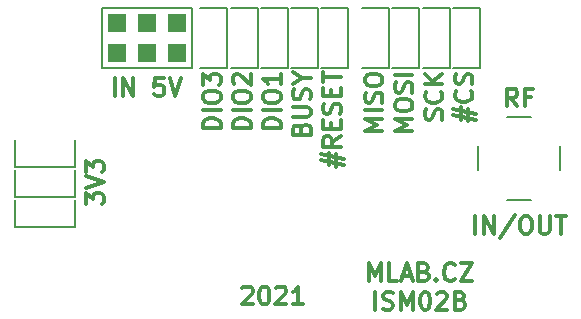
<source format=gbr>
%TF.GenerationSoftware,KiCad,Pcbnew,7.0.5.1-1-g8f565ef7f0-dirty-deb11*%
%TF.CreationDate,2023-07-20T11:46:54+00:00*%
%TF.ProjectId,ISM02,49534d30-322e-46b6-9963-61645f706362,rev?*%
%TF.SameCoordinates,Original*%
%TF.FileFunction,Legend,Top*%
%TF.FilePolarity,Positive*%
%FSLAX46Y46*%
G04 Gerber Fmt 4.6, Leading zero omitted, Abs format (unit mm)*
G04 Created by KiCad (PCBNEW 7.0.5.1-1-g8f565ef7f0-dirty-deb11) date 2023-07-20 11:46:54*
%MOMM*%
%LPD*%
G01*
G04 APERTURE LIST*
%ADD10C,0.300000*%
%ADD11C,0.150000*%
%ADD12R,1.524000X1.524000*%
G04 APERTURE END LIST*
D10*
X145113714Y-109009328D02*
X145113714Y-107509328D01*
X145828000Y-109009328D02*
X145828000Y-107509328D01*
X145828000Y-107509328D02*
X146685143Y-109009328D01*
X146685143Y-109009328D02*
X146685143Y-107509328D01*
X149256572Y-107509328D02*
X148542286Y-107509328D01*
X148542286Y-107509328D02*
X148470858Y-108223614D01*
X148470858Y-108223614D02*
X148542286Y-108152185D01*
X148542286Y-108152185D02*
X148685144Y-108080757D01*
X148685144Y-108080757D02*
X149042286Y-108080757D01*
X149042286Y-108080757D02*
X149185144Y-108152185D01*
X149185144Y-108152185D02*
X149256572Y-108223614D01*
X149256572Y-108223614D02*
X149328001Y-108366471D01*
X149328001Y-108366471D02*
X149328001Y-108723614D01*
X149328001Y-108723614D02*
X149256572Y-108866471D01*
X149256572Y-108866471D02*
X149185144Y-108937900D01*
X149185144Y-108937900D02*
X149042286Y-109009328D01*
X149042286Y-109009328D02*
X148685144Y-109009328D01*
X148685144Y-109009328D02*
X148542286Y-108937900D01*
X148542286Y-108937900D02*
X148470858Y-108866471D01*
X149756572Y-107509328D02*
X150256572Y-109009328D01*
X150256572Y-109009328D02*
X150756572Y-107509328D01*
X166620571Y-124692828D02*
X166620571Y-123192828D01*
X166620571Y-123192828D02*
X167120571Y-124264257D01*
X167120571Y-124264257D02*
X167620571Y-123192828D01*
X167620571Y-123192828D02*
X167620571Y-124692828D01*
X169049143Y-124692828D02*
X168334857Y-124692828D01*
X168334857Y-124692828D02*
X168334857Y-123192828D01*
X169477715Y-124264257D02*
X170192001Y-124264257D01*
X169334858Y-124692828D02*
X169834858Y-123192828D01*
X169834858Y-123192828D02*
X170334858Y-124692828D01*
X171334857Y-123907114D02*
X171549143Y-123978542D01*
X171549143Y-123978542D02*
X171620572Y-124049971D01*
X171620572Y-124049971D02*
X171692000Y-124192828D01*
X171692000Y-124192828D02*
X171692000Y-124407114D01*
X171692000Y-124407114D02*
X171620572Y-124549971D01*
X171620572Y-124549971D02*
X171549143Y-124621400D01*
X171549143Y-124621400D02*
X171406286Y-124692828D01*
X171406286Y-124692828D02*
X170834857Y-124692828D01*
X170834857Y-124692828D02*
X170834857Y-123192828D01*
X170834857Y-123192828D02*
X171334857Y-123192828D01*
X171334857Y-123192828D02*
X171477715Y-123264257D01*
X171477715Y-123264257D02*
X171549143Y-123335685D01*
X171549143Y-123335685D02*
X171620572Y-123478542D01*
X171620572Y-123478542D02*
X171620572Y-123621400D01*
X171620572Y-123621400D02*
X171549143Y-123764257D01*
X171549143Y-123764257D02*
X171477715Y-123835685D01*
X171477715Y-123835685D02*
X171334857Y-123907114D01*
X171334857Y-123907114D02*
X170834857Y-123907114D01*
X172334857Y-124549971D02*
X172406286Y-124621400D01*
X172406286Y-124621400D02*
X172334857Y-124692828D01*
X172334857Y-124692828D02*
X172263429Y-124621400D01*
X172263429Y-124621400D02*
X172334857Y-124549971D01*
X172334857Y-124549971D02*
X172334857Y-124692828D01*
X173906286Y-124549971D02*
X173834858Y-124621400D01*
X173834858Y-124621400D02*
X173620572Y-124692828D01*
X173620572Y-124692828D02*
X173477715Y-124692828D01*
X173477715Y-124692828D02*
X173263429Y-124621400D01*
X173263429Y-124621400D02*
X173120572Y-124478542D01*
X173120572Y-124478542D02*
X173049143Y-124335685D01*
X173049143Y-124335685D02*
X172977715Y-124049971D01*
X172977715Y-124049971D02*
X172977715Y-123835685D01*
X172977715Y-123835685D02*
X173049143Y-123549971D01*
X173049143Y-123549971D02*
X173120572Y-123407114D01*
X173120572Y-123407114D02*
X173263429Y-123264257D01*
X173263429Y-123264257D02*
X173477715Y-123192828D01*
X173477715Y-123192828D02*
X173620572Y-123192828D01*
X173620572Y-123192828D02*
X173834858Y-123264257D01*
X173834858Y-123264257D02*
X173906286Y-123335685D01*
X174406286Y-123192828D02*
X175406286Y-123192828D01*
X175406286Y-123192828D02*
X174406286Y-124692828D01*
X174406286Y-124692828D02*
X175406286Y-124692828D01*
X167192000Y-127107828D02*
X167192000Y-125607828D01*
X167834858Y-127036400D02*
X168049144Y-127107828D01*
X168049144Y-127107828D02*
X168406286Y-127107828D01*
X168406286Y-127107828D02*
X168549144Y-127036400D01*
X168549144Y-127036400D02*
X168620572Y-126964971D01*
X168620572Y-126964971D02*
X168692001Y-126822114D01*
X168692001Y-126822114D02*
X168692001Y-126679257D01*
X168692001Y-126679257D02*
X168620572Y-126536400D01*
X168620572Y-126536400D02*
X168549144Y-126464971D01*
X168549144Y-126464971D02*
X168406286Y-126393542D01*
X168406286Y-126393542D02*
X168120572Y-126322114D01*
X168120572Y-126322114D02*
X167977715Y-126250685D01*
X167977715Y-126250685D02*
X167906286Y-126179257D01*
X167906286Y-126179257D02*
X167834858Y-126036400D01*
X167834858Y-126036400D02*
X167834858Y-125893542D01*
X167834858Y-125893542D02*
X167906286Y-125750685D01*
X167906286Y-125750685D02*
X167977715Y-125679257D01*
X167977715Y-125679257D02*
X168120572Y-125607828D01*
X168120572Y-125607828D02*
X168477715Y-125607828D01*
X168477715Y-125607828D02*
X168692001Y-125679257D01*
X169334857Y-127107828D02*
X169334857Y-125607828D01*
X169334857Y-125607828D02*
X169834857Y-126679257D01*
X169834857Y-126679257D02*
X170334857Y-125607828D01*
X170334857Y-125607828D02*
X170334857Y-127107828D01*
X171334858Y-125607828D02*
X171477715Y-125607828D01*
X171477715Y-125607828D02*
X171620572Y-125679257D01*
X171620572Y-125679257D02*
X171692001Y-125750685D01*
X171692001Y-125750685D02*
X171763429Y-125893542D01*
X171763429Y-125893542D02*
X171834858Y-126179257D01*
X171834858Y-126179257D02*
X171834858Y-126536400D01*
X171834858Y-126536400D02*
X171763429Y-126822114D01*
X171763429Y-126822114D02*
X171692001Y-126964971D01*
X171692001Y-126964971D02*
X171620572Y-127036400D01*
X171620572Y-127036400D02*
X171477715Y-127107828D01*
X171477715Y-127107828D02*
X171334858Y-127107828D01*
X171334858Y-127107828D02*
X171192001Y-127036400D01*
X171192001Y-127036400D02*
X171120572Y-126964971D01*
X171120572Y-126964971D02*
X171049143Y-126822114D01*
X171049143Y-126822114D02*
X170977715Y-126536400D01*
X170977715Y-126536400D02*
X170977715Y-126179257D01*
X170977715Y-126179257D02*
X171049143Y-125893542D01*
X171049143Y-125893542D02*
X171120572Y-125750685D01*
X171120572Y-125750685D02*
X171192001Y-125679257D01*
X171192001Y-125679257D02*
X171334858Y-125607828D01*
X172406286Y-125750685D02*
X172477714Y-125679257D01*
X172477714Y-125679257D02*
X172620572Y-125607828D01*
X172620572Y-125607828D02*
X172977714Y-125607828D01*
X172977714Y-125607828D02*
X173120572Y-125679257D01*
X173120572Y-125679257D02*
X173192000Y-125750685D01*
X173192000Y-125750685D02*
X173263429Y-125893542D01*
X173263429Y-125893542D02*
X173263429Y-126036400D01*
X173263429Y-126036400D02*
X173192000Y-126250685D01*
X173192000Y-126250685D02*
X172334857Y-127107828D01*
X172334857Y-127107828D02*
X173263429Y-127107828D01*
X174406285Y-126322114D02*
X174620571Y-126393542D01*
X174620571Y-126393542D02*
X174692000Y-126464971D01*
X174692000Y-126464971D02*
X174763428Y-126607828D01*
X174763428Y-126607828D02*
X174763428Y-126822114D01*
X174763428Y-126822114D02*
X174692000Y-126964971D01*
X174692000Y-126964971D02*
X174620571Y-127036400D01*
X174620571Y-127036400D02*
X174477714Y-127107828D01*
X174477714Y-127107828D02*
X173906285Y-127107828D01*
X173906285Y-127107828D02*
X173906285Y-125607828D01*
X173906285Y-125607828D02*
X174406285Y-125607828D01*
X174406285Y-125607828D02*
X174549143Y-125679257D01*
X174549143Y-125679257D02*
X174620571Y-125750685D01*
X174620571Y-125750685D02*
X174692000Y-125893542D01*
X174692000Y-125893542D02*
X174692000Y-126036400D01*
X174692000Y-126036400D02*
X174620571Y-126179257D01*
X174620571Y-126179257D02*
X174549143Y-126250685D01*
X174549143Y-126250685D02*
X174406285Y-126322114D01*
X174406285Y-126322114D02*
X173906285Y-126322114D01*
X175660513Y-120693328D02*
X175660513Y-119193328D01*
X176374799Y-120693328D02*
X176374799Y-119193328D01*
X176374799Y-119193328D02*
X177231942Y-120693328D01*
X177231942Y-120693328D02*
X177231942Y-119193328D01*
X179017657Y-119121900D02*
X177731943Y-121050471D01*
X179803372Y-119193328D02*
X180089086Y-119193328D01*
X180089086Y-119193328D02*
X180231943Y-119264757D01*
X180231943Y-119264757D02*
X180374800Y-119407614D01*
X180374800Y-119407614D02*
X180446229Y-119693328D01*
X180446229Y-119693328D02*
X180446229Y-120193328D01*
X180446229Y-120193328D02*
X180374800Y-120479042D01*
X180374800Y-120479042D02*
X180231943Y-120621900D01*
X180231943Y-120621900D02*
X180089086Y-120693328D01*
X180089086Y-120693328D02*
X179803372Y-120693328D01*
X179803372Y-120693328D02*
X179660515Y-120621900D01*
X179660515Y-120621900D02*
X179517657Y-120479042D01*
X179517657Y-120479042D02*
X179446229Y-120193328D01*
X179446229Y-120193328D02*
X179446229Y-119693328D01*
X179446229Y-119693328D02*
X179517657Y-119407614D01*
X179517657Y-119407614D02*
X179660515Y-119264757D01*
X179660515Y-119264757D02*
X179803372Y-119193328D01*
X181089086Y-119193328D02*
X181089086Y-120407614D01*
X181089086Y-120407614D02*
X181160515Y-120550471D01*
X181160515Y-120550471D02*
X181231944Y-120621900D01*
X181231944Y-120621900D02*
X181374801Y-120693328D01*
X181374801Y-120693328D02*
X181660515Y-120693328D01*
X181660515Y-120693328D02*
X181803372Y-120621900D01*
X181803372Y-120621900D02*
X181874801Y-120550471D01*
X181874801Y-120550471D02*
X181946229Y-120407614D01*
X181946229Y-120407614D02*
X181946229Y-119193328D01*
X182446230Y-119193328D02*
X183303373Y-119193328D01*
X182874801Y-120693328D02*
X182874801Y-119193328D01*
X155931082Y-125305185D02*
X156002510Y-125233757D01*
X156002510Y-125233757D02*
X156145368Y-125162328D01*
X156145368Y-125162328D02*
X156502510Y-125162328D01*
X156502510Y-125162328D02*
X156645368Y-125233757D01*
X156645368Y-125233757D02*
X156716796Y-125305185D01*
X156716796Y-125305185D02*
X156788225Y-125448042D01*
X156788225Y-125448042D02*
X156788225Y-125590900D01*
X156788225Y-125590900D02*
X156716796Y-125805185D01*
X156716796Y-125805185D02*
X155859653Y-126662328D01*
X155859653Y-126662328D02*
X156788225Y-126662328D01*
X157716796Y-125162328D02*
X157859653Y-125162328D01*
X157859653Y-125162328D02*
X158002510Y-125233757D01*
X158002510Y-125233757D02*
X158073939Y-125305185D01*
X158073939Y-125305185D02*
X158145367Y-125448042D01*
X158145367Y-125448042D02*
X158216796Y-125733757D01*
X158216796Y-125733757D02*
X158216796Y-126090900D01*
X158216796Y-126090900D02*
X158145367Y-126376614D01*
X158145367Y-126376614D02*
X158073939Y-126519471D01*
X158073939Y-126519471D02*
X158002510Y-126590900D01*
X158002510Y-126590900D02*
X157859653Y-126662328D01*
X157859653Y-126662328D02*
X157716796Y-126662328D01*
X157716796Y-126662328D02*
X157573939Y-126590900D01*
X157573939Y-126590900D02*
X157502510Y-126519471D01*
X157502510Y-126519471D02*
X157431081Y-126376614D01*
X157431081Y-126376614D02*
X157359653Y-126090900D01*
X157359653Y-126090900D02*
X157359653Y-125733757D01*
X157359653Y-125733757D02*
X157431081Y-125448042D01*
X157431081Y-125448042D02*
X157502510Y-125305185D01*
X157502510Y-125305185D02*
X157573939Y-125233757D01*
X157573939Y-125233757D02*
X157716796Y-125162328D01*
X158788224Y-125305185D02*
X158859652Y-125233757D01*
X158859652Y-125233757D02*
X159002510Y-125162328D01*
X159002510Y-125162328D02*
X159359652Y-125162328D01*
X159359652Y-125162328D02*
X159502510Y-125233757D01*
X159502510Y-125233757D02*
X159573938Y-125305185D01*
X159573938Y-125305185D02*
X159645367Y-125448042D01*
X159645367Y-125448042D02*
X159645367Y-125590900D01*
X159645367Y-125590900D02*
X159573938Y-125805185D01*
X159573938Y-125805185D02*
X158716795Y-126662328D01*
X158716795Y-126662328D02*
X159645367Y-126662328D01*
X161073938Y-126662328D02*
X160216795Y-126662328D01*
X160645366Y-126662328D02*
X160645366Y-125162328D01*
X160645366Y-125162328D02*
X160502509Y-125376614D01*
X160502509Y-125376614D02*
X160359652Y-125519471D01*
X160359652Y-125519471D02*
X160216795Y-125590900D01*
X156614328Y-111734511D02*
X155114328Y-111734511D01*
X155114328Y-111734511D02*
X155114328Y-111377368D01*
X155114328Y-111377368D02*
X155185757Y-111163082D01*
X155185757Y-111163082D02*
X155328614Y-111020225D01*
X155328614Y-111020225D02*
X155471471Y-110948796D01*
X155471471Y-110948796D02*
X155757185Y-110877368D01*
X155757185Y-110877368D02*
X155971471Y-110877368D01*
X155971471Y-110877368D02*
X156257185Y-110948796D01*
X156257185Y-110948796D02*
X156400042Y-111020225D01*
X156400042Y-111020225D02*
X156542900Y-111163082D01*
X156542900Y-111163082D02*
X156614328Y-111377368D01*
X156614328Y-111377368D02*
X156614328Y-111734511D01*
X156614328Y-110234511D02*
X155114328Y-110234511D01*
X155114328Y-109234510D02*
X155114328Y-108948796D01*
X155114328Y-108948796D02*
X155185757Y-108805939D01*
X155185757Y-108805939D02*
X155328614Y-108663082D01*
X155328614Y-108663082D02*
X155614328Y-108591653D01*
X155614328Y-108591653D02*
X156114328Y-108591653D01*
X156114328Y-108591653D02*
X156400042Y-108663082D01*
X156400042Y-108663082D02*
X156542900Y-108805939D01*
X156542900Y-108805939D02*
X156614328Y-108948796D01*
X156614328Y-108948796D02*
X156614328Y-109234510D01*
X156614328Y-109234510D02*
X156542900Y-109377368D01*
X156542900Y-109377368D02*
X156400042Y-109520225D01*
X156400042Y-109520225D02*
X156114328Y-109591653D01*
X156114328Y-109591653D02*
X155614328Y-109591653D01*
X155614328Y-109591653D02*
X155328614Y-109520225D01*
X155328614Y-109520225D02*
X155185757Y-109377368D01*
X155185757Y-109377368D02*
X155114328Y-109234510D01*
X155257185Y-108020224D02*
X155185757Y-107948796D01*
X155185757Y-107948796D02*
X155114328Y-107805939D01*
X155114328Y-107805939D02*
X155114328Y-107448796D01*
X155114328Y-107448796D02*
X155185757Y-107305939D01*
X155185757Y-107305939D02*
X155257185Y-107234510D01*
X155257185Y-107234510D02*
X155400042Y-107163081D01*
X155400042Y-107163081D02*
X155542900Y-107163081D01*
X155542900Y-107163081D02*
X155757185Y-107234510D01*
X155757185Y-107234510D02*
X156614328Y-108091653D01*
X156614328Y-108091653D02*
X156614328Y-107163081D01*
X160908614Y-111805939D02*
X160980042Y-111591653D01*
X160980042Y-111591653D02*
X161051471Y-111520224D01*
X161051471Y-111520224D02*
X161194328Y-111448796D01*
X161194328Y-111448796D02*
X161408614Y-111448796D01*
X161408614Y-111448796D02*
X161551471Y-111520224D01*
X161551471Y-111520224D02*
X161622900Y-111591653D01*
X161622900Y-111591653D02*
X161694328Y-111734510D01*
X161694328Y-111734510D02*
X161694328Y-112305939D01*
X161694328Y-112305939D02*
X160194328Y-112305939D01*
X160194328Y-112305939D02*
X160194328Y-111805939D01*
X160194328Y-111805939D02*
X160265757Y-111663082D01*
X160265757Y-111663082D02*
X160337185Y-111591653D01*
X160337185Y-111591653D02*
X160480042Y-111520224D01*
X160480042Y-111520224D02*
X160622900Y-111520224D01*
X160622900Y-111520224D02*
X160765757Y-111591653D01*
X160765757Y-111591653D02*
X160837185Y-111663082D01*
X160837185Y-111663082D02*
X160908614Y-111805939D01*
X160908614Y-111805939D02*
X160908614Y-112305939D01*
X160194328Y-110805939D02*
X161408614Y-110805939D01*
X161408614Y-110805939D02*
X161551471Y-110734510D01*
X161551471Y-110734510D02*
X161622900Y-110663082D01*
X161622900Y-110663082D02*
X161694328Y-110520224D01*
X161694328Y-110520224D02*
X161694328Y-110234510D01*
X161694328Y-110234510D02*
X161622900Y-110091653D01*
X161622900Y-110091653D02*
X161551471Y-110020224D01*
X161551471Y-110020224D02*
X161408614Y-109948796D01*
X161408614Y-109948796D02*
X160194328Y-109948796D01*
X161622900Y-109305938D02*
X161694328Y-109091653D01*
X161694328Y-109091653D02*
X161694328Y-108734510D01*
X161694328Y-108734510D02*
X161622900Y-108591653D01*
X161622900Y-108591653D02*
X161551471Y-108520224D01*
X161551471Y-108520224D02*
X161408614Y-108448795D01*
X161408614Y-108448795D02*
X161265757Y-108448795D01*
X161265757Y-108448795D02*
X161122900Y-108520224D01*
X161122900Y-108520224D02*
X161051471Y-108591653D01*
X161051471Y-108591653D02*
X160980042Y-108734510D01*
X160980042Y-108734510D02*
X160908614Y-109020224D01*
X160908614Y-109020224D02*
X160837185Y-109163081D01*
X160837185Y-109163081D02*
X160765757Y-109234510D01*
X160765757Y-109234510D02*
X160622900Y-109305938D01*
X160622900Y-109305938D02*
X160480042Y-109305938D01*
X160480042Y-109305938D02*
X160337185Y-109234510D01*
X160337185Y-109234510D02*
X160265757Y-109163081D01*
X160265757Y-109163081D02*
X160194328Y-109020224D01*
X160194328Y-109020224D02*
X160194328Y-108663081D01*
X160194328Y-108663081D02*
X160265757Y-108448795D01*
X160980042Y-107520224D02*
X161694328Y-107520224D01*
X160194328Y-108020224D02*
X160980042Y-107520224D01*
X160980042Y-107520224D02*
X160194328Y-107020224D01*
X167780328Y-111948797D02*
X166280328Y-111948797D01*
X166280328Y-111948797D02*
X167351757Y-111448797D01*
X167351757Y-111448797D02*
X166280328Y-110948797D01*
X166280328Y-110948797D02*
X167780328Y-110948797D01*
X167780328Y-110234511D02*
X166280328Y-110234511D01*
X167708900Y-109591653D02*
X167780328Y-109377368D01*
X167780328Y-109377368D02*
X167780328Y-109020225D01*
X167780328Y-109020225D02*
X167708900Y-108877368D01*
X167708900Y-108877368D02*
X167637471Y-108805939D01*
X167637471Y-108805939D02*
X167494614Y-108734510D01*
X167494614Y-108734510D02*
X167351757Y-108734510D01*
X167351757Y-108734510D02*
X167208900Y-108805939D01*
X167208900Y-108805939D02*
X167137471Y-108877368D01*
X167137471Y-108877368D02*
X167066042Y-109020225D01*
X167066042Y-109020225D02*
X166994614Y-109305939D01*
X166994614Y-109305939D02*
X166923185Y-109448796D01*
X166923185Y-109448796D02*
X166851757Y-109520225D01*
X166851757Y-109520225D02*
X166708900Y-109591653D01*
X166708900Y-109591653D02*
X166566042Y-109591653D01*
X166566042Y-109591653D02*
X166423185Y-109520225D01*
X166423185Y-109520225D02*
X166351757Y-109448796D01*
X166351757Y-109448796D02*
X166280328Y-109305939D01*
X166280328Y-109305939D02*
X166280328Y-108948796D01*
X166280328Y-108948796D02*
X166351757Y-108734510D01*
X166280328Y-107805939D02*
X166280328Y-107520225D01*
X166280328Y-107520225D02*
X166351757Y-107377368D01*
X166351757Y-107377368D02*
X166494614Y-107234511D01*
X166494614Y-107234511D02*
X166780328Y-107163082D01*
X166780328Y-107163082D02*
X167280328Y-107163082D01*
X167280328Y-107163082D02*
X167566042Y-107234511D01*
X167566042Y-107234511D02*
X167708900Y-107377368D01*
X167708900Y-107377368D02*
X167780328Y-107520225D01*
X167780328Y-107520225D02*
X167780328Y-107805939D01*
X167780328Y-107805939D02*
X167708900Y-107948797D01*
X167708900Y-107948797D02*
X167566042Y-108091654D01*
X167566042Y-108091654D02*
X167280328Y-108163082D01*
X167280328Y-108163082D02*
X166780328Y-108163082D01*
X166780328Y-108163082D02*
X166494614Y-108091654D01*
X166494614Y-108091654D02*
X166351757Y-107948797D01*
X166351757Y-107948797D02*
X166280328Y-107805939D01*
X154074328Y-111734511D02*
X152574328Y-111734511D01*
X152574328Y-111734511D02*
X152574328Y-111377368D01*
X152574328Y-111377368D02*
X152645757Y-111163082D01*
X152645757Y-111163082D02*
X152788614Y-111020225D01*
X152788614Y-111020225D02*
X152931471Y-110948796D01*
X152931471Y-110948796D02*
X153217185Y-110877368D01*
X153217185Y-110877368D02*
X153431471Y-110877368D01*
X153431471Y-110877368D02*
X153717185Y-110948796D01*
X153717185Y-110948796D02*
X153860042Y-111020225D01*
X153860042Y-111020225D02*
X154002900Y-111163082D01*
X154002900Y-111163082D02*
X154074328Y-111377368D01*
X154074328Y-111377368D02*
X154074328Y-111734511D01*
X154074328Y-110234511D02*
X152574328Y-110234511D01*
X152574328Y-109234510D02*
X152574328Y-108948796D01*
X152574328Y-108948796D02*
X152645757Y-108805939D01*
X152645757Y-108805939D02*
X152788614Y-108663082D01*
X152788614Y-108663082D02*
X153074328Y-108591653D01*
X153074328Y-108591653D02*
X153574328Y-108591653D01*
X153574328Y-108591653D02*
X153860042Y-108663082D01*
X153860042Y-108663082D02*
X154002900Y-108805939D01*
X154002900Y-108805939D02*
X154074328Y-108948796D01*
X154074328Y-108948796D02*
X154074328Y-109234510D01*
X154074328Y-109234510D02*
X154002900Y-109377368D01*
X154002900Y-109377368D02*
X153860042Y-109520225D01*
X153860042Y-109520225D02*
X153574328Y-109591653D01*
X153574328Y-109591653D02*
X153074328Y-109591653D01*
X153074328Y-109591653D02*
X152788614Y-109520225D01*
X152788614Y-109520225D02*
X152645757Y-109377368D01*
X152645757Y-109377368D02*
X152574328Y-109234510D01*
X152574328Y-108091653D02*
X152574328Y-107163081D01*
X152574328Y-107163081D02*
X153145757Y-107663081D01*
X153145757Y-107663081D02*
X153145757Y-107448796D01*
X153145757Y-107448796D02*
X153217185Y-107305939D01*
X153217185Y-107305939D02*
X153288614Y-107234510D01*
X153288614Y-107234510D02*
X153431471Y-107163081D01*
X153431471Y-107163081D02*
X153788614Y-107163081D01*
X153788614Y-107163081D02*
X153931471Y-107234510D01*
X153931471Y-107234510D02*
X154002900Y-107305939D01*
X154002900Y-107305939D02*
X154074328Y-107448796D01*
X154074328Y-107448796D02*
X154074328Y-107877367D01*
X154074328Y-107877367D02*
X154002900Y-108020224D01*
X154002900Y-108020224D02*
X153931471Y-108091653D01*
X142688328Y-118189142D02*
X142688328Y-117260570D01*
X142688328Y-117260570D02*
X143259757Y-117760570D01*
X143259757Y-117760570D02*
X143259757Y-117546285D01*
X143259757Y-117546285D02*
X143331185Y-117403428D01*
X143331185Y-117403428D02*
X143402614Y-117331999D01*
X143402614Y-117331999D02*
X143545471Y-117260570D01*
X143545471Y-117260570D02*
X143902614Y-117260570D01*
X143902614Y-117260570D02*
X144045471Y-117331999D01*
X144045471Y-117331999D02*
X144116900Y-117403428D01*
X144116900Y-117403428D02*
X144188328Y-117546285D01*
X144188328Y-117546285D02*
X144188328Y-117974856D01*
X144188328Y-117974856D02*
X144116900Y-118117713D01*
X144116900Y-118117713D02*
X144045471Y-118189142D01*
X142688328Y-116831999D02*
X144188328Y-116331999D01*
X144188328Y-116331999D02*
X142688328Y-115831999D01*
X142688328Y-115474857D02*
X142688328Y-114546285D01*
X142688328Y-114546285D02*
X143259757Y-115046285D01*
X143259757Y-115046285D02*
X143259757Y-114832000D01*
X143259757Y-114832000D02*
X143331185Y-114689143D01*
X143331185Y-114689143D02*
X143402614Y-114617714D01*
X143402614Y-114617714D02*
X143545471Y-114546285D01*
X143545471Y-114546285D02*
X143902614Y-114546285D01*
X143902614Y-114546285D02*
X144045471Y-114617714D01*
X144045471Y-114617714D02*
X144116900Y-114689143D01*
X144116900Y-114689143D02*
X144188328Y-114832000D01*
X144188328Y-114832000D02*
X144188328Y-115260571D01*
X144188328Y-115260571D02*
X144116900Y-115403428D01*
X144116900Y-115403428D02*
X144045471Y-115474857D01*
X159154328Y-111734511D02*
X157654328Y-111734511D01*
X157654328Y-111734511D02*
X157654328Y-111377368D01*
X157654328Y-111377368D02*
X157725757Y-111163082D01*
X157725757Y-111163082D02*
X157868614Y-111020225D01*
X157868614Y-111020225D02*
X158011471Y-110948796D01*
X158011471Y-110948796D02*
X158297185Y-110877368D01*
X158297185Y-110877368D02*
X158511471Y-110877368D01*
X158511471Y-110877368D02*
X158797185Y-110948796D01*
X158797185Y-110948796D02*
X158940042Y-111020225D01*
X158940042Y-111020225D02*
X159082900Y-111163082D01*
X159082900Y-111163082D02*
X159154328Y-111377368D01*
X159154328Y-111377368D02*
X159154328Y-111734511D01*
X159154328Y-110234511D02*
X157654328Y-110234511D01*
X157654328Y-109234510D02*
X157654328Y-108948796D01*
X157654328Y-108948796D02*
X157725757Y-108805939D01*
X157725757Y-108805939D02*
X157868614Y-108663082D01*
X157868614Y-108663082D02*
X158154328Y-108591653D01*
X158154328Y-108591653D02*
X158654328Y-108591653D01*
X158654328Y-108591653D02*
X158940042Y-108663082D01*
X158940042Y-108663082D02*
X159082900Y-108805939D01*
X159082900Y-108805939D02*
X159154328Y-108948796D01*
X159154328Y-108948796D02*
X159154328Y-109234510D01*
X159154328Y-109234510D02*
X159082900Y-109377368D01*
X159082900Y-109377368D02*
X158940042Y-109520225D01*
X158940042Y-109520225D02*
X158654328Y-109591653D01*
X158654328Y-109591653D02*
X158154328Y-109591653D01*
X158154328Y-109591653D02*
X157868614Y-109520225D01*
X157868614Y-109520225D02*
X157725757Y-109377368D01*
X157725757Y-109377368D02*
X157654328Y-109234510D01*
X159154328Y-107163081D02*
X159154328Y-108020224D01*
X159154328Y-107591653D02*
X157654328Y-107591653D01*
X157654328Y-107591653D02*
X157868614Y-107734510D01*
X157868614Y-107734510D02*
X158011471Y-107877367D01*
X158011471Y-107877367D02*
X158082900Y-108020224D01*
X163234328Y-114877367D02*
X163234328Y-113805939D01*
X162591471Y-114448796D02*
X164520042Y-114877367D01*
X163877185Y-113948796D02*
X163877185Y-115020224D01*
X164520042Y-114377367D02*
X162591471Y-113948796D01*
X164234328Y-112448796D02*
X163520042Y-112948796D01*
X164234328Y-113305939D02*
X162734328Y-113305939D01*
X162734328Y-113305939D02*
X162734328Y-112734510D01*
X162734328Y-112734510D02*
X162805757Y-112591653D01*
X162805757Y-112591653D02*
X162877185Y-112520224D01*
X162877185Y-112520224D02*
X163020042Y-112448796D01*
X163020042Y-112448796D02*
X163234328Y-112448796D01*
X163234328Y-112448796D02*
X163377185Y-112520224D01*
X163377185Y-112520224D02*
X163448614Y-112591653D01*
X163448614Y-112591653D02*
X163520042Y-112734510D01*
X163520042Y-112734510D02*
X163520042Y-113305939D01*
X163448614Y-111805939D02*
X163448614Y-111305939D01*
X164234328Y-111091653D02*
X164234328Y-111805939D01*
X164234328Y-111805939D02*
X162734328Y-111805939D01*
X162734328Y-111805939D02*
X162734328Y-111091653D01*
X164162900Y-110520224D02*
X164234328Y-110305939D01*
X164234328Y-110305939D02*
X164234328Y-109948796D01*
X164234328Y-109948796D02*
X164162900Y-109805939D01*
X164162900Y-109805939D02*
X164091471Y-109734510D01*
X164091471Y-109734510D02*
X163948614Y-109663081D01*
X163948614Y-109663081D02*
X163805757Y-109663081D01*
X163805757Y-109663081D02*
X163662900Y-109734510D01*
X163662900Y-109734510D02*
X163591471Y-109805939D01*
X163591471Y-109805939D02*
X163520042Y-109948796D01*
X163520042Y-109948796D02*
X163448614Y-110234510D01*
X163448614Y-110234510D02*
X163377185Y-110377367D01*
X163377185Y-110377367D02*
X163305757Y-110448796D01*
X163305757Y-110448796D02*
X163162900Y-110520224D01*
X163162900Y-110520224D02*
X163020042Y-110520224D01*
X163020042Y-110520224D02*
X162877185Y-110448796D01*
X162877185Y-110448796D02*
X162805757Y-110377367D01*
X162805757Y-110377367D02*
X162734328Y-110234510D01*
X162734328Y-110234510D02*
X162734328Y-109877367D01*
X162734328Y-109877367D02*
X162805757Y-109663081D01*
X163448614Y-109020225D02*
X163448614Y-108520225D01*
X164234328Y-108305939D02*
X164234328Y-109020225D01*
X164234328Y-109020225D02*
X162734328Y-109020225D01*
X162734328Y-109020225D02*
X162734328Y-108305939D01*
X162734328Y-107877367D02*
X162734328Y-107020225D01*
X164234328Y-107448796D02*
X162734328Y-107448796D01*
X179196228Y-109898328D02*
X178696228Y-109184042D01*
X178339085Y-109898328D02*
X178339085Y-108398328D01*
X178339085Y-108398328D02*
X178910514Y-108398328D01*
X178910514Y-108398328D02*
X179053371Y-108469757D01*
X179053371Y-108469757D02*
X179124800Y-108541185D01*
X179124800Y-108541185D02*
X179196228Y-108684042D01*
X179196228Y-108684042D02*
X179196228Y-108898328D01*
X179196228Y-108898328D02*
X179124800Y-109041185D01*
X179124800Y-109041185D02*
X179053371Y-109112614D01*
X179053371Y-109112614D02*
X178910514Y-109184042D01*
X178910514Y-109184042D02*
X178339085Y-109184042D01*
X180339085Y-109112614D02*
X179839085Y-109112614D01*
X179839085Y-109898328D02*
X179839085Y-108398328D01*
X179839085Y-108398328D02*
X180553371Y-108398328D01*
X170320328Y-111948797D02*
X168820328Y-111948797D01*
X168820328Y-111948797D02*
X169891757Y-111448797D01*
X169891757Y-111448797D02*
X168820328Y-110948797D01*
X168820328Y-110948797D02*
X170320328Y-110948797D01*
X168820328Y-109948796D02*
X168820328Y-109663082D01*
X168820328Y-109663082D02*
X168891757Y-109520225D01*
X168891757Y-109520225D02*
X169034614Y-109377368D01*
X169034614Y-109377368D02*
X169320328Y-109305939D01*
X169320328Y-109305939D02*
X169820328Y-109305939D01*
X169820328Y-109305939D02*
X170106042Y-109377368D01*
X170106042Y-109377368D02*
X170248900Y-109520225D01*
X170248900Y-109520225D02*
X170320328Y-109663082D01*
X170320328Y-109663082D02*
X170320328Y-109948796D01*
X170320328Y-109948796D02*
X170248900Y-110091654D01*
X170248900Y-110091654D02*
X170106042Y-110234511D01*
X170106042Y-110234511D02*
X169820328Y-110305939D01*
X169820328Y-110305939D02*
X169320328Y-110305939D01*
X169320328Y-110305939D02*
X169034614Y-110234511D01*
X169034614Y-110234511D02*
X168891757Y-110091654D01*
X168891757Y-110091654D02*
X168820328Y-109948796D01*
X170248900Y-108734510D02*
X170320328Y-108520225D01*
X170320328Y-108520225D02*
X170320328Y-108163082D01*
X170320328Y-108163082D02*
X170248900Y-108020225D01*
X170248900Y-108020225D02*
X170177471Y-107948796D01*
X170177471Y-107948796D02*
X170034614Y-107877367D01*
X170034614Y-107877367D02*
X169891757Y-107877367D01*
X169891757Y-107877367D02*
X169748900Y-107948796D01*
X169748900Y-107948796D02*
X169677471Y-108020225D01*
X169677471Y-108020225D02*
X169606042Y-108163082D01*
X169606042Y-108163082D02*
X169534614Y-108448796D01*
X169534614Y-108448796D02*
X169463185Y-108591653D01*
X169463185Y-108591653D02*
X169391757Y-108663082D01*
X169391757Y-108663082D02*
X169248900Y-108734510D01*
X169248900Y-108734510D02*
X169106042Y-108734510D01*
X169106042Y-108734510D02*
X168963185Y-108663082D01*
X168963185Y-108663082D02*
X168891757Y-108591653D01*
X168891757Y-108591653D02*
X168820328Y-108448796D01*
X168820328Y-108448796D02*
X168820328Y-108091653D01*
X168820328Y-108091653D02*
X168891757Y-107877367D01*
X170320328Y-107234511D02*
X168820328Y-107234511D01*
X174400328Y-111020224D02*
X174400328Y-109948796D01*
X173757471Y-110591653D02*
X175686042Y-111020224D01*
X175043185Y-110091653D02*
X175043185Y-111163081D01*
X175686042Y-110520224D02*
X173757471Y-110091653D01*
X175257471Y-108591653D02*
X175328900Y-108663081D01*
X175328900Y-108663081D02*
X175400328Y-108877367D01*
X175400328Y-108877367D02*
X175400328Y-109020224D01*
X175400328Y-109020224D02*
X175328900Y-109234510D01*
X175328900Y-109234510D02*
X175186042Y-109377367D01*
X175186042Y-109377367D02*
X175043185Y-109448796D01*
X175043185Y-109448796D02*
X174757471Y-109520224D01*
X174757471Y-109520224D02*
X174543185Y-109520224D01*
X174543185Y-109520224D02*
X174257471Y-109448796D01*
X174257471Y-109448796D02*
X174114614Y-109377367D01*
X174114614Y-109377367D02*
X173971757Y-109234510D01*
X173971757Y-109234510D02*
X173900328Y-109020224D01*
X173900328Y-109020224D02*
X173900328Y-108877367D01*
X173900328Y-108877367D02*
X173971757Y-108663081D01*
X173971757Y-108663081D02*
X174043185Y-108591653D01*
X175328900Y-108020224D02*
X175400328Y-107805939D01*
X175400328Y-107805939D02*
X175400328Y-107448796D01*
X175400328Y-107448796D02*
X175328900Y-107305939D01*
X175328900Y-107305939D02*
X175257471Y-107234510D01*
X175257471Y-107234510D02*
X175114614Y-107163081D01*
X175114614Y-107163081D02*
X174971757Y-107163081D01*
X174971757Y-107163081D02*
X174828900Y-107234510D01*
X174828900Y-107234510D02*
X174757471Y-107305939D01*
X174757471Y-107305939D02*
X174686042Y-107448796D01*
X174686042Y-107448796D02*
X174614614Y-107734510D01*
X174614614Y-107734510D02*
X174543185Y-107877367D01*
X174543185Y-107877367D02*
X174471757Y-107948796D01*
X174471757Y-107948796D02*
X174328900Y-108020224D01*
X174328900Y-108020224D02*
X174186042Y-108020224D01*
X174186042Y-108020224D02*
X174043185Y-107948796D01*
X174043185Y-107948796D02*
X173971757Y-107877367D01*
X173971757Y-107877367D02*
X173900328Y-107734510D01*
X173900328Y-107734510D02*
X173900328Y-107377367D01*
X173900328Y-107377367D02*
X173971757Y-107163081D01*
X172788900Y-111020224D02*
X172860328Y-110805939D01*
X172860328Y-110805939D02*
X172860328Y-110448796D01*
X172860328Y-110448796D02*
X172788900Y-110305939D01*
X172788900Y-110305939D02*
X172717471Y-110234510D01*
X172717471Y-110234510D02*
X172574614Y-110163081D01*
X172574614Y-110163081D02*
X172431757Y-110163081D01*
X172431757Y-110163081D02*
X172288900Y-110234510D01*
X172288900Y-110234510D02*
X172217471Y-110305939D01*
X172217471Y-110305939D02*
X172146042Y-110448796D01*
X172146042Y-110448796D02*
X172074614Y-110734510D01*
X172074614Y-110734510D02*
X172003185Y-110877367D01*
X172003185Y-110877367D02*
X171931757Y-110948796D01*
X171931757Y-110948796D02*
X171788900Y-111020224D01*
X171788900Y-111020224D02*
X171646042Y-111020224D01*
X171646042Y-111020224D02*
X171503185Y-110948796D01*
X171503185Y-110948796D02*
X171431757Y-110877367D01*
X171431757Y-110877367D02*
X171360328Y-110734510D01*
X171360328Y-110734510D02*
X171360328Y-110377367D01*
X171360328Y-110377367D02*
X171431757Y-110163081D01*
X172717471Y-108663082D02*
X172788900Y-108734510D01*
X172788900Y-108734510D02*
X172860328Y-108948796D01*
X172860328Y-108948796D02*
X172860328Y-109091653D01*
X172860328Y-109091653D02*
X172788900Y-109305939D01*
X172788900Y-109305939D02*
X172646042Y-109448796D01*
X172646042Y-109448796D02*
X172503185Y-109520225D01*
X172503185Y-109520225D02*
X172217471Y-109591653D01*
X172217471Y-109591653D02*
X172003185Y-109591653D01*
X172003185Y-109591653D02*
X171717471Y-109520225D01*
X171717471Y-109520225D02*
X171574614Y-109448796D01*
X171574614Y-109448796D02*
X171431757Y-109305939D01*
X171431757Y-109305939D02*
X171360328Y-109091653D01*
X171360328Y-109091653D02*
X171360328Y-108948796D01*
X171360328Y-108948796D02*
X171431757Y-108734510D01*
X171431757Y-108734510D02*
X171503185Y-108663082D01*
X172860328Y-108020225D02*
X171360328Y-108020225D01*
X172860328Y-107163082D02*
X172003185Y-107805939D01*
X171360328Y-107163082D02*
X172217471Y-108020225D01*
D11*
%TO.C,J2*%
X136652000Y-120142000D02*
X136652000Y-117856000D01*
X141732000Y-117856000D02*
X141732000Y-120142000D01*
X141732000Y-120142000D02*
X136652000Y-120142000D01*
%TO.C,J5*%
X168372000Y-106680000D02*
X166086000Y-106680000D01*
X166086000Y-101600000D02*
X168372000Y-101600000D01*
X168372000Y-101600000D02*
X168372000Y-106680000D01*
%TO.C,J4*%
X173472000Y-106680000D02*
X171186000Y-106680000D01*
X171186000Y-101600000D02*
X173472000Y-101600000D01*
X173472000Y-101600000D02*
X173472000Y-106680000D01*
%TO.C,J3*%
X164866000Y-106680000D02*
X162580000Y-106680000D01*
X162580000Y-101600000D02*
X164866000Y-101600000D01*
X164866000Y-101600000D02*
X164866000Y-106680000D01*
%TO.C,J12*%
X178358800Y-117800000D02*
X180390800Y-117800000D01*
X182849400Y-115316000D02*
X182849400Y-113284000D01*
X175874800Y-113284000D02*
X175874800Y-115316000D01*
X180390800Y-110800000D02*
X178358800Y-110800000D01*
%TO.C,J10*%
X154666000Y-106680000D02*
X152380000Y-106680000D01*
X152380000Y-101600000D02*
X154666000Y-101600000D01*
X154666000Y-101600000D02*
X154666000Y-106680000D01*
%TO.C,J7*%
X176022000Y-106680000D02*
X173736000Y-106680000D01*
X173736000Y-101600000D02*
X176022000Y-101600000D01*
X176022000Y-101600000D02*
X176022000Y-106680000D01*
%TO.C,J9*%
X157216000Y-106680000D02*
X154930000Y-106680000D01*
X154930000Y-101600000D02*
X157216000Y-101600000D01*
X157216000Y-101600000D02*
X157216000Y-106680000D01*
%TO.C,J8*%
X159766000Y-106680000D02*
X157480000Y-106680000D01*
X157480000Y-101600000D02*
X159766000Y-101600000D01*
X159766000Y-101600000D02*
X159766000Y-106680000D01*
%TO.C,J11*%
X162316000Y-106680000D02*
X160030000Y-106680000D01*
X160030000Y-101600000D02*
X162316000Y-101600000D01*
X162316000Y-101600000D02*
X162316000Y-106680000D01*
%TO.C,J6*%
X170922000Y-106680000D02*
X168636000Y-106680000D01*
X168636000Y-101600000D02*
X170922000Y-101600000D01*
X170922000Y-101600000D02*
X170922000Y-106680000D01*
%TO.C,J1*%
X144018000Y-106680000D02*
X144018000Y-101600000D01*
X151638000Y-106680000D02*
X144018000Y-106680000D01*
X144018000Y-101600000D02*
X151638000Y-101600000D01*
X151638000Y-101600000D02*
X151638000Y-106680000D01*
%TO.C,J15*%
X136652000Y-115062000D02*
X136652000Y-112776000D01*
X141732000Y-112776000D02*
X141732000Y-115062000D01*
X141732000Y-115062000D02*
X136652000Y-115062000D01*
%TO.C,J13*%
X136652000Y-117602000D02*
X136652000Y-115316000D01*
X141732000Y-115316000D02*
X141732000Y-117602000D01*
X141732000Y-117602000D02*
X136652000Y-117602000D01*
%TD*%
D12*
%TO.C,J1*%
X145288000Y-105410000D03*
X145288000Y-102870000D03*
X147828000Y-105410000D03*
X147828000Y-102870000D03*
X150368000Y-105410000D03*
X150368000Y-102870000D03*
%TD*%
M02*

</source>
